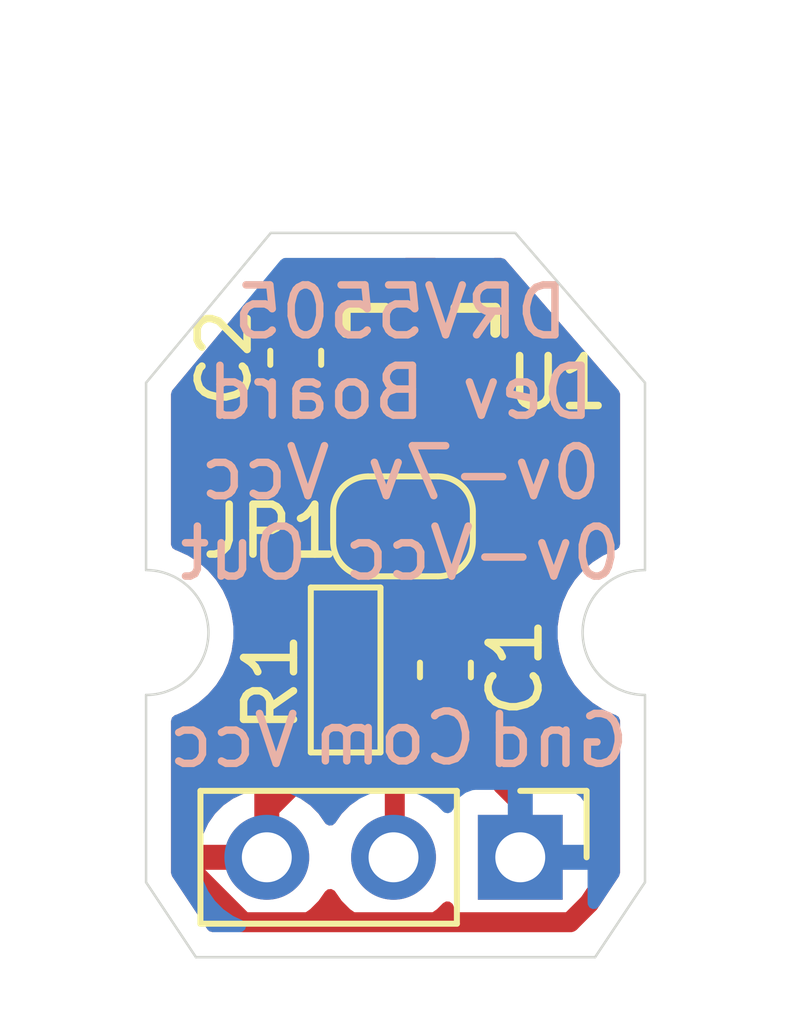
<source format=kicad_pcb>
(kicad_pcb (version 20240108) (generator "pcbnew") (generator_version "8.0")
  (layers (0 "F.Cu" signal) (31 "B.Cu" signal) (34 "B.Paste" user) (35 "F.Paste" user) (36 "B.SilkS" user "B.Silkscreen") (37 "F.SilkS" user "F.Silkscreen") (38 "B.Mask" user) (39 "F.Mask" user) (44 "Edge.Cuts" user))
  (net 0 "")
  (net 1 "GND")
  (net 2 "Sense")
  (net 3 "VCC")
  (net 4 "Net-(JP1-A)")
  (footprint "PCM_Resistor_SMD_AKL:R_0603_1608Metric_Pad0.98x0.95mm_HandSolder" (layer "F.Cu") (at 22.5 27.625 -90)
    (property "Reference" "R1" (at 0.25 1.5 90) (layer "F.SilkS"))
    (property "Value" "R_0603")
    (fp_line (start -1.651 0.6985) (end 1.651 0.6985) (stroke (width 0.12)) (layer "F.SilkS"))
    (fp_line (start 1.651 0.6985) (end 1.651 -0.6985) (stroke (width 0.12)) (layer "F.SilkS"))
    (fp_line (start -1.651 -0.6985) (end -1.651 0.6985) (stroke (width 0.12)) (layer "F.SilkS"))
    (fp_line (start 1.651 -0.6985) (end -1.651 -0.6985) (stroke (width 0.12)) (layer "F.SilkS"))
    (pad "1" smd roundrect (at -0.9125 0 270) (size 0.975 0.95) (layers "F.Cu" "F.Paste" "F.Mask") (net 4 "Net-(JP1-A)"))
    (pad "2" smd roundrect (at 0.9125 0 270) (size 0.975 0.95) (layers "F.Cu" "F.Paste" "F.Mask") (net 2 "Sense"))
  )
  (footprint "Connector_PinHeader_2.54mm:PinHeader_1x03_P2.54mm_Vertical" (layer "F.Cu") (at 26 31.375 -90)
    (property "Reference" "J1" (hide yes))
    (property "Value" "Conn_01x03_Pin")
    (fp_line (start -1.33 6.41) (end 1.33 6.41) (stroke (width 0.12)) (layer "F.SilkS"))
    (fp_line (start -1.33 1.27) (end -1.33 6.41) (stroke (width 0.12)) (layer "F.SilkS"))
    (fp_line (start -1.33 1.27) (end 1.33 1.27) (stroke (width 0.12)) (layer "F.SilkS"))
    (fp_line (start 1.33 1.27) (end 1.33 6.41) (stroke (width 0.12)) (layer "F.SilkS"))
    (fp_line (start -1.33 0) (end -1.33 -1.33) (stroke (width 0.12)) (layer "F.SilkS"))
    (fp_line (start -1.33 -1.33) (end 0 -1.33) (stroke (width 0.12)) (layer "F.SilkS"))
    (pad "1" thru_hole rect (at 0 0 270) (size 1.7 1.7) (drill 1) (layers "*.Cu" "*.Mask") (net 1 "GND"))
    (pad "2" thru_hole oval (at 0 2.54 270) (size 1.7 1.7) (drill 1) (layers "*.Cu" "*.Mask") (net 2 "Sense"))
    (pad "3" thru_hole oval (at 0 5.08 270) (size 1.7 1.7) (drill 1) (layers "*.Cu" "*.Mask") (net 3 "VCC"))
  )
  (footprint "Capacitor_SMD:C_0603_1608Metric" (layer "F.Cu") (at 21.5 21.375 90)
    (property "Reference" "C2" (at 0 -1.43 90) (layer "F.SilkS"))
    (property "Value" "C_0603_0.01uF")
    (fp_line (start -0.14058 -0.51) (end 0.14058 -0.51) (stroke (width 0.12)) (layer "F.SilkS"))
    (fp_line (start -0.14058 0.51) (end 0.14058 0.51) (stroke (width 0.12)) (layer "F.SilkS"))
    (pad "1" smd roundrect (at -0.775 0 90) (size 0.9 0.95) (layers "F.Cu" "F.Paste" "F.Mask") (net 3 "VCC"))
    (pad "2" smd roundrect (at 0.775 0 90) (size 0.9 0.95) (layers "F.Cu" "F.Paste" "F.Mask") (net 1 "GND"))
  )
  (footprint "Capacitor_SMD:C_0603_1608Metric_Pad1.08x0.95mm_HandSolder" (layer "F.Cu") (at 24.5 27.625 -90)
    (property "Reference" "C1" (at -0.05 -1.4 90) (layer "F.SilkS"))
    (property "Value" "C_0603")
    (fp_line (start -0.146267 0.51) (end 0.146267 0.51) (stroke (width 0.12)) (layer "F.SilkS"))
    (fp_line (start -0.146267 -0.51) (end 0.146267 -0.51) (stroke (width 0.12)) (layer "F.SilkS"))
    (pad "1" smd roundrect (at -0.8625 0 270) (size 1.075 0.95) (layers "F.Cu" "F.Paste" "F.Mask") (net 1 "GND"))
    (pad "2" smd roundrect (at 0.8625 0 270) (size 1.075 0.95) (layers "F.Cu" "F.Paste" "F.Mask") (net 2 "Sense"))
  )
  (footprint "Jumper:SolderJumper-2_P1.3mm_Bridged_RoundedPad1.0x1.5mm" (layer "F.Cu") (at 23.65 24.75)
    (property "Reference" "JP1" (at -2.65 0.1 0) (layer "F.SilkS"))
    (property "Value" "SolderJumper_Closed")
    (fp_poly (pts (xy 0.25 -0.3) (xy -0.25 -0.3) (xy -0.25 0.3) (xy 0.25 0.3)) (fill solid) (layer "F.Cu"))
    (fp_line (start -1.4 0.3) (end -1.4 -0.3) (stroke (width 0.12)) (layer "F.SilkS"))
    (fp_line (start -0.7 -1) (end 0.7 -1) (stroke (width 0.12)) (layer "F.SilkS"))
    (fp_line (start 0.7 1) (end -0.7 1) (stroke (width 0.12)) (layer "F.SilkS"))
    (fp_line (start 1.4 -0.3) (end 1.4 0.3) (stroke (width 0.12)) (layer "F.SilkS"))
    (fp_arc (start -1.4 -0.3) (mid -1.194975 -0.794975) (end -0.7 -1) (stroke (width 0.12)) (layer "F.SilkS"))
    (fp_arc (start -0.7 1) (mid -1.194975 0.794975) (end -1.4 0.3) (stroke (width 0.12)) (layer "F.SilkS"))
    (fp_arc (start 0.7 -1) (mid 1.194975 -0.794975) (end 1.4 -0.3) (stroke (width 0.12)) (layer "F.SilkS"))
    (fp_arc (start 1.4 0.3) (mid 1.194975 0.794975) (end 0.7 1) (stroke (width 0.12)) (layer "F.SilkS"))
    (pad "1" smd custom (at -0.65 0) (size 1 0.5) (layers "F.Cu" "F.Mask") (net 4 "Net-(JP1-A)") (options (clearance outline) (anchor rect)) (primitives (gr_circle (center 0 0.25) (end 0.5 0.25) (width 0) (fill yes)) (gr_circle (center 0 -0.25) (end 0.5 -0.25) (width 0) (fill yes)) (gr_poly (pts (xy 0.5 0.75) (xy 0 0.75) (xy 0 -0.75) (xy 0.5 -0.75)) (width 0) (fill yes))))
    (pad "2" smd custom (at 0.65 0) (size 1 0.5) (layers "F.Cu" "F.Mask") (net 2 "Sense") (options (clearance outline) (anchor rect)) (primitives (gr_circle (center 0 0.25) (end 0.5 0.25) (width 0) (fill yes)) (gr_circle (center 0 -0.25) (end 0.5 -0.25) (width 0) (fill yes)) (gr_poly (pts (xy 0 0.75) (xy -0.5 0.75) (xy -0.5 -0.75) (xy 0 -0.75)) (width 0) (fill yes))))
  )
  (footprint "DRV5055A4:DBZ0003A_N" (layer "F.Cu") (at 24 21.075 -90)
    (property "Reference" "U1" (at 0.8 -2.75 0) (layer "F.SilkS"))
    (property "Value" "DRV5055A4QDBZR")
    (fp_line (start -0.200002 1.5) (end -0.700001 1.5) (stroke (width 0.2)) (layer "F.SilkS"))
    (fp_line (start -0.700001 0.700001) (end -0.700001 1.5) (stroke (width 0.2)) (layer "F.SilkS"))
    (fp_line (start -0.700001 -1.5) (end -0.700001 -0.699999) (stroke (width 0.2)) (layer "F.SilkS"))
    (fp_line (start -0.200002 -1.5) (end -0.700001 -1.5) (stroke (width 0.2)) (layer "F.SilkS"))
    (pad "1" smd rect (at 1.2 0.950001 180) (size 0.599999 1) (layers "F.Cu" "F.Paste" "F.Mask") (net 3 "VCC"))
    (pad "2" smd rect (at 1.2 -0.949998 180) (size 0.599999 1) (layers "F.Cu" "F.Paste" "F.Mask") (net 4 "Net-(JP1-A)"))
    (pad "3" smd rect (at -1.2 0 180) (size 0.599999 1) (layers "F.Cu" "F.Paste" "F.Mask") (net 1 "GND"))
  )
  (gr_line (start 28.5 28.125) (end 28.5 31.875) (stroke (width 0.05)) (layer "Edge.Cuts"))
  (gr_line (start 19.5 33.375) (end 27.5 33.375) (stroke (width 0.05)) (layer "Edge.Cuts"))
  (gr_line (start 18.5 21.875) (end 21 18.875) (stroke (width 0.05)) (layer "Edge.Cuts"))
  (gr_line (start 18.5 25.625) (end 18.5 21.875) (stroke (width 0.05)) (layer "Edge.Cuts"))
  (gr_line (start 21 18.875) (end 25.9 18.875) (stroke (width 0.05)) (layer "Edge.Cuts"))
  (gr_line (start 19.5 33.375) (end 18.5 31.875) (stroke (width 0.05)) (layer "Edge.Cuts"))
  (gr_line (start 28.5 21.875) (end 28.5 25.625) (stroke (width 0.05)) (layer "Edge.Cuts"))
  (gr_arc (start 28.5 28.125) (mid 27.25 26.875) (end 28.5 25.625) (stroke (width 0.05)) (layer "Edge.Cuts"))
  (gr_line (start 28.5 31.875) (end 27.5 33.375) (stroke (width 0.05)) (layer "Edge.Cuts"))
  (gr_arc (start 18.5 25.625) (mid 19.75 26.875) (end 18.5 28.125) (stroke (width 0.05)) (layer "Edge.Cuts"))
  (gr_line (start 25.9 18.875) (end 28.5 21.875) (stroke (width 0.05)) (layer "Edge.Cuts"))
  (gr_line (start 18.5 31.875) (end 18.5 28.125) (stroke (width 0.05)) (layer "Edge.Cuts"))
  (gr_text "Vcc" (at 20.25 29.625 0) (layer "B.SilkS") (effects (font (size 1 1)) (justify bottom mirror)))
  (gr_text "DRV5505\nDev Board\n0v-7v Vcc\n0v-Vcc Out" (at 23.6 25.875 0) (layer "B.SilkS") (effects (font (size 1 1)) (justify bottom mirror)))
  (gr_text "Gnd" (at 26.75 29.625 0) (layer "B.SilkS") (effects (font (size 1 1)) (justify bottom mirror)))
  (gr_text "Com" (at 23.475 29.575 0) (layer "B.SilkS") (effects (font (size 1 1)) (justify bottom mirror)))
  (segment (start 25.637497 26.7625) (end 25.649997 26.775) (width 0.4) (layer "F.Cu") (net 1))
  (segment (start 24.699999 19.875) (end 25.649997 20.824998) (width 0.4) (layer "F.Cu") (net 1))
  (segment (start 26.025 30.3) (end 26.025 31.875) (width 0.4) (layer "F.Cu") (net 1))
  (segment (start 24 19.875) (end 24.699999 19.875) (width 0.4) (layer "F.Cu") (net 1))
  (segment (start 24.5 26.7625) (end 25.637497 26.7625) (width 0.4) (layer "F.Cu") (net 1))
  (segment (start 23.3625 20.5125) (end 24 19.875) (width 0.4) (layer "F.Cu") (net 1))
  (segment (start 25.649997 26.775) (end 25.649997 29.924997) (width 0.4) (layer "F.Cu") (net 1))
  (segment (start 25.649997 29.924997) (end 26.025 30.3) (width 0.4) (layer "F.Cu") (net 1))
  (segment (start 25.649997 20.824998) (end 25.649997 26.775) (width 0.4) (layer "F.Cu") (net 1))
  (segment (start 21.5 20.5125) (end 23.3625 20.5125) (width 0.4) (layer "F.Cu") (net 1))
  (segment (start 23.485 28.5525) (end 23.485 29.075) (width 0.4) (layer "F.Cu") (net 2))
  (segment (start 23.5 28.5375) (end 24.45 28.5375) (width 0.4) (layer "F.Cu") (net 2))
  (segment (start 23.5 28.5375) (end 23.485 28.5525) (width 0.4) (layer "F.Cu") (net 2))
  (segment (start 24.3 25.516858) (end 23.5 26.316858) (width 0.4) (layer "F.Cu") (net 2))
  (segment (start 23.5 26.316858) (end 23.5 28.5375) (width 0.4) (layer "F.Cu") (net 2))
  (segment (start 24.3 24.75) (end 24.3 25.516858) (width 0.4) (layer "F.Cu") (net 2))
  (segment (start 24.45 28.5375) (end 24.5 28.4875) (width 0.4) (layer "F.Cu") (net 2))
  (segment (start 23.485 29.075) (end 23.485 31.875) (width 0.4) (layer "F.Cu") (net 2))
  (segment (start 22.5 28.5375) (end 23.5 28.5375) (width 0.4) (layer "F.Cu") (net 2))
  (segment (start 20.945 30.43) (end 20.945 31.875) (width 0.4) (layer "F.Cu") (net 3))
  (segment (start 19.282196 31.504963) (end 19.412159 31.375) (width 0.4) (layer "F.Cu") (net 3))
  (segment (start 19.412159 31.375) (end 20.92 31.375) (width 0.4) (layer "F.Cu") (net 3))
  (segment (start 27.379104 32.294402) (end 27.5 32.113058) (width 0.4) (layer "F.Cu") (net 3))
  (segment (start 20.452233 32.675) (end 26.998506 32.675) (width 0.4) (layer "F.Cu") (net 3))
  (segment (start 19.282196 31.504963) (end 20.452233 32.675) (width 0.4) (layer "F.Cu") (net 3))
  (segment (start 26.998506 32.675) (end 27.379104 32.294402) (width 0.4) (layer "F.Cu") (net 3))
  (segment (start 21.5375 22.275) (end 21.5 22.2375) (width 0.4) (layer "F.Cu") (net 3))
  (segment (start 21.5375 29.8375) (end 20.945 30.43) (width 0.4) (layer "F.Cu") (net 3))
  (segment (start 23.049999 22.275) (end 21.5375 22.275) (width 0.4) (layer "F.Cu") (net 3))
  (segment (start 21.5375 22.275) (end 21.5375 29.8375) (width 0.4) (layer "F.Cu") (net 3))
  (segment (start 24.1 22.275) (end 24.949998 22.275) (width 0.4) (layer "F.Cu") (net 4))
  (segment (start 23.749998 23.175) (end 23.749998 22.625002) (width 0.4) (layer "F.Cu") (net 4))
  (segment (start 22.5 26.7125) (end 22.5 25.25) (width 0.4) (layer "F.Cu") (net 4))
  (segment (start 23.2 23.175) (end 23.749998 23.175) (width 0.4) (layer "F.Cu") (net 4))
  (segment (start 23.749998 22.625002) (end 24.1 22.275) (width 0.4) (layer "F.Cu") (net 4))
  (segment (start 22.5 25.25) (end 23 24.75) (width 0.4) (layer "F.Cu") (net 4))
  (segment (start 23 23.375) (end 23.2 23.175) (width 0.4) (layer "F.Cu") (net 4))
  (segment (start 23 24.75) (end 23 23.375) (width 0.4) (layer "F.Cu") (net 4))
  (zone (net 3) (net_name "VCC") (layer "F.Cu") (connect_pads (clearance 0.5)) (min_thickness 0.25) (fill yes (thermal_gap 0.5) (thermal_bridge_width 0.5) (island_removal_mode 2) (island_area_min 3))
    (polygon (pts (xy 21 18.875) (xy 25.9 18.875) (xy 28.5 21.875) (xy 28.5 31.875) (xy 27.5 33.375) (xy 19.5 33.375) (xy 18.5 31.875) (xy 18.5 21.875)))
  )
  (zone (net 1) (net_name "GND") (layer "B.Cu") (priority 1) (connect_pads (clearance 0.5)) (min_thickness 0.25) (fill yes (thermal_gap 0.5) (thermal_bridge_width 0.5))
    (polygon (pts (xy 25.9 18.875) (xy 28.5 21.875) (xy 28.5 31.875) (xy 27.5 33.375) (xy 19.5 33.375) (xy 18.5 31.875) (xy 18.5 21.875) (xy 21 18.875)))
  )
)
</source>
